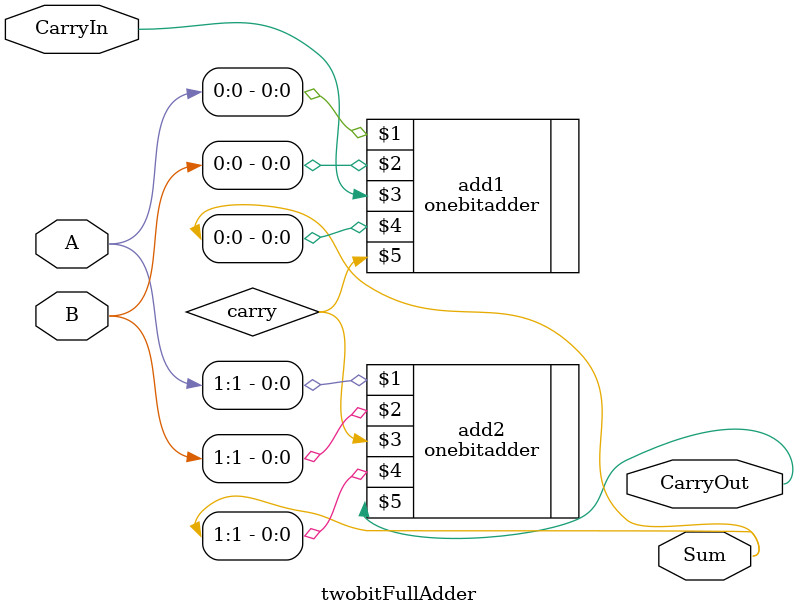
<source format=v>
/*module twobitFullAdder(A, B, CarryIn, Sum, CarryOut);
	input [1:0] A;
	input [1:0] B;
	input CarryIn;
	output [1:0] Sum;
	output CarryOut;
	wire [2:0] temp;

	assign temp = A + B + CarryIn;
	assign Sum = temp [1:0];
	assign CarryOut = temp [2];

endmodule*/


/*module twobitFullAdder(A, B, CarryIn, Sum, CarryOut);
	input [1:0] A;
	input [1:0] B;
	input CarryIn;

	output reg[1:0] Sum;
	output reg CarryOut;

	always @(*)
	begin
		case({A , B, CarryIn})
			5'b00000:
			begin
				Sum <= 2'b00;
				CarryOut <= 0;
			end
			5'b00001:
			begin
				Sum <= 2'b10;
				CarryOut <= 0;
			end
			5'b00010:
			begin
				Sum <= 2'b10;
				CarryOut <= 0;
			end
			5'b00011:
			begin
				Sum <= 2'b01;
				CarryOut <= 0;
			end
			5'b00100:
			begin
				Sum <= 2'b10;
				CarryOut <= 0;
			end
			5'b00101:
			begin
				Sum <= 2'b01;
				CarryOut <= 0;
			end
			5'b00110:
			begin
				Sum <= 2'b01;
				CarryOut <= 0;
			end
			5'b00111:
			begin
				Sum <= 2'b11;
				CarryOut <= 0;
			end

			5'b01000:
			begin
				Sum <= 2'b10;
				CarryOut <= 0;
			end
			5'b01001:
			begin
				Sum <= 2'b01;
				CarryOut <= 0;
			end
			5'b01010:
			begin
				Sum <= 2'b01;
				CarryOut <= 0;
			end
			5'b01011:
			begin
				Sum <= 2'b11;
				CarryOut <= 0;
			end
			5'b01100:
			begin
				Sum <= 2'b01;
				CarryOut <= 0;
			end
			5'b01101:
			begin
				Sum <= 2'b11;
				CarryOut <= 0;
			end
			5'b01110:
			begin
				Sum <= 2'b11;
				CarryOut <= 0;
			end
			5'b01111:
			begin
				Sum <= 2'b00;
				CarryOut <= 1;
			end

			5'b10000:
			begin
				Sum <= 2'b10;
				CarryOut <= 0;
			end
			5'b10001:
			begin
				Sum <= 2'b01;
				CarryOut <= 0;
			end
			5'b10010:
			begin
				Sum <= 2'b01;
				CarryOut <= 0;
			end
			5'b10011:
			begin
				Sum <= 2'b11;
				CarryOut <= 0;
			end
			5'b10100:
			begin
				Sum <= 2'b01;
				CarryOut <= 0;
			end
			5'b10101:
			begin
				Sum <= 2'b11;
				CarryOut <= 0;
			end
			5'b10110:
			begin
				Sum <= 2'b11;
				CarryOut <= 0;
			end
			5'b10111:
			begin
				Sum <= 2'b00;
				CarryOut <= 1;
			end

			5'b11000:
			begin
				Sum <= 2'b01;
				CarryOut <= 0;
			end
			5'b11001:
			begin
				Sum <= 2'b11;
				CarryOut <= 0;
			end
			5'b11010:
			begin
				Sum <= 2'b11;
				CarryOut <= 0;
			end
			5'b11011:
			begin
				Sum <= 2'b00;
				CarryOut <= 1;
			end
			5'b11100:
			begin
				Sum <= 2'b11;
				CarryOut <= 0;
			end
			5'b11101:
			begin
				Sum <= 2'b00;
				CarryOut <= 1;
			end
			5'b11110:
			begin
				Sum <= 2'b00;
				CarryOut <= 1;
			end
			5'b11111:
			begin
				Sum <= 2'b10;
				CarryOut <= 1;
			end
		endcase
	end
endmodule*/

module twobitFullAdder (A, B, CarryIn, Sum, CarryOut);

	input [1:0]A;
	input [1:0]B;
	input CarryIn;

	output [1:0]Sum;
	output CarryOut;

	wire carry;

	onebitadder add1(A[0], B[0], CarryIn, Sum[0], carry);
	onebitadder add2(A[1], B[1], carry, Sum[1], CarryOut);


endmodule

</source>
